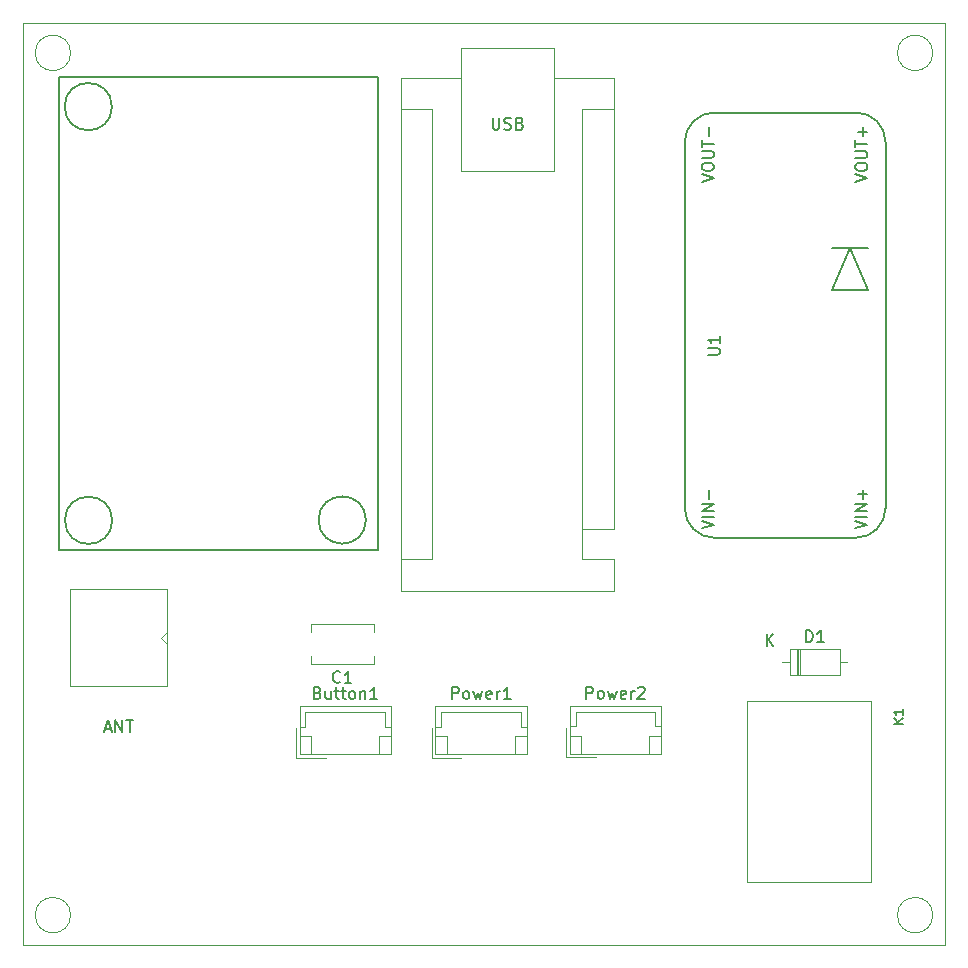
<source format=gbr>
%TF.GenerationSoftware,KiCad,Pcbnew,8.0.6*%
%TF.CreationDate,2025-01-03T17:39:28+02:00*%
%TF.ProjectId,button new,62757474-6f6e-4206-9e65-772e6b696361,rev?*%
%TF.SameCoordinates,Original*%
%TF.FileFunction,Legend,Top*%
%TF.FilePolarity,Positive*%
%FSLAX46Y46*%
G04 Gerber Fmt 4.6, Leading zero omitted, Abs format (unit mm)*
G04 Created by KiCad (PCBNEW 8.0.6) date 2025-01-03 17:39:28*
%MOMM*%
%LPD*%
G01*
G04 APERTURE LIST*
%ADD10C,0.150000*%
%ADD11C,0.120000*%
%ADD12C,0.100000*%
%ADD13C,0.200000*%
%TA.AperFunction,Profile*%
%ADD14C,0.050000*%
%TD*%
G04 APERTURE END LIST*
D10*
X163151905Y-104444819D02*
X163151905Y-103444819D01*
X163151905Y-103444819D02*
X163390000Y-103444819D01*
X163390000Y-103444819D02*
X163532857Y-103492438D01*
X163532857Y-103492438D02*
X163628095Y-103587676D01*
X163628095Y-103587676D02*
X163675714Y-103682914D01*
X163675714Y-103682914D02*
X163723333Y-103873390D01*
X163723333Y-103873390D02*
X163723333Y-104016247D01*
X163723333Y-104016247D02*
X163675714Y-104206723D01*
X163675714Y-104206723D02*
X163628095Y-104301961D01*
X163628095Y-104301961D02*
X163532857Y-104397200D01*
X163532857Y-104397200D02*
X163390000Y-104444819D01*
X163390000Y-104444819D02*
X163151905Y-104444819D01*
X164675714Y-104444819D02*
X164104286Y-104444819D01*
X164390000Y-104444819D02*
X164390000Y-103444819D01*
X164390000Y-103444819D02*
X164294762Y-103587676D01*
X164294762Y-103587676D02*
X164199524Y-103682914D01*
X164199524Y-103682914D02*
X164104286Y-103730533D01*
X159818095Y-104764819D02*
X159818095Y-103764819D01*
X160389523Y-104764819D02*
X159960952Y-104193390D01*
X160389523Y-103764819D02*
X159818095Y-104336247D01*
X121806666Y-108741009D02*
X121949523Y-108788628D01*
X121949523Y-108788628D02*
X121997142Y-108836247D01*
X121997142Y-108836247D02*
X122044761Y-108931485D01*
X122044761Y-108931485D02*
X122044761Y-109074342D01*
X122044761Y-109074342D02*
X121997142Y-109169580D01*
X121997142Y-109169580D02*
X121949523Y-109217200D01*
X121949523Y-109217200D02*
X121854285Y-109264819D01*
X121854285Y-109264819D02*
X121473333Y-109264819D01*
X121473333Y-109264819D02*
X121473333Y-108264819D01*
X121473333Y-108264819D02*
X121806666Y-108264819D01*
X121806666Y-108264819D02*
X121901904Y-108312438D01*
X121901904Y-108312438D02*
X121949523Y-108360057D01*
X121949523Y-108360057D02*
X121997142Y-108455295D01*
X121997142Y-108455295D02*
X121997142Y-108550533D01*
X121997142Y-108550533D02*
X121949523Y-108645771D01*
X121949523Y-108645771D02*
X121901904Y-108693390D01*
X121901904Y-108693390D02*
X121806666Y-108741009D01*
X121806666Y-108741009D02*
X121473333Y-108741009D01*
X122901904Y-108598152D02*
X122901904Y-109264819D01*
X122473333Y-108598152D02*
X122473333Y-109121961D01*
X122473333Y-109121961D02*
X122520952Y-109217200D01*
X122520952Y-109217200D02*
X122616190Y-109264819D01*
X122616190Y-109264819D02*
X122759047Y-109264819D01*
X122759047Y-109264819D02*
X122854285Y-109217200D01*
X122854285Y-109217200D02*
X122901904Y-109169580D01*
X123235238Y-108598152D02*
X123616190Y-108598152D01*
X123378095Y-108264819D02*
X123378095Y-109121961D01*
X123378095Y-109121961D02*
X123425714Y-109217200D01*
X123425714Y-109217200D02*
X123520952Y-109264819D01*
X123520952Y-109264819D02*
X123616190Y-109264819D01*
X123806667Y-108598152D02*
X124187619Y-108598152D01*
X123949524Y-108264819D02*
X123949524Y-109121961D01*
X123949524Y-109121961D02*
X123997143Y-109217200D01*
X123997143Y-109217200D02*
X124092381Y-109264819D01*
X124092381Y-109264819D02*
X124187619Y-109264819D01*
X124663810Y-109264819D02*
X124568572Y-109217200D01*
X124568572Y-109217200D02*
X124520953Y-109169580D01*
X124520953Y-109169580D02*
X124473334Y-109074342D01*
X124473334Y-109074342D02*
X124473334Y-108788628D01*
X124473334Y-108788628D02*
X124520953Y-108693390D01*
X124520953Y-108693390D02*
X124568572Y-108645771D01*
X124568572Y-108645771D02*
X124663810Y-108598152D01*
X124663810Y-108598152D02*
X124806667Y-108598152D01*
X124806667Y-108598152D02*
X124901905Y-108645771D01*
X124901905Y-108645771D02*
X124949524Y-108693390D01*
X124949524Y-108693390D02*
X124997143Y-108788628D01*
X124997143Y-108788628D02*
X124997143Y-109074342D01*
X124997143Y-109074342D02*
X124949524Y-109169580D01*
X124949524Y-109169580D02*
X124901905Y-109217200D01*
X124901905Y-109217200D02*
X124806667Y-109264819D01*
X124806667Y-109264819D02*
X124663810Y-109264819D01*
X125425715Y-108598152D02*
X125425715Y-109264819D01*
X125425715Y-108693390D02*
X125473334Y-108645771D01*
X125473334Y-108645771D02*
X125568572Y-108598152D01*
X125568572Y-108598152D02*
X125711429Y-108598152D01*
X125711429Y-108598152D02*
X125806667Y-108645771D01*
X125806667Y-108645771D02*
X125854286Y-108741009D01*
X125854286Y-108741009D02*
X125854286Y-109264819D01*
X126854286Y-109264819D02*
X126282858Y-109264819D01*
X126568572Y-109264819D02*
X126568572Y-108264819D01*
X126568572Y-108264819D02*
X126473334Y-108407676D01*
X126473334Y-108407676D02*
X126378096Y-108502914D01*
X126378096Y-108502914D02*
X126282858Y-108550533D01*
X133187619Y-109264819D02*
X133187619Y-108264819D01*
X133187619Y-108264819D02*
X133568571Y-108264819D01*
X133568571Y-108264819D02*
X133663809Y-108312438D01*
X133663809Y-108312438D02*
X133711428Y-108360057D01*
X133711428Y-108360057D02*
X133759047Y-108455295D01*
X133759047Y-108455295D02*
X133759047Y-108598152D01*
X133759047Y-108598152D02*
X133711428Y-108693390D01*
X133711428Y-108693390D02*
X133663809Y-108741009D01*
X133663809Y-108741009D02*
X133568571Y-108788628D01*
X133568571Y-108788628D02*
X133187619Y-108788628D01*
X134330476Y-109264819D02*
X134235238Y-109217200D01*
X134235238Y-109217200D02*
X134187619Y-109169580D01*
X134187619Y-109169580D02*
X134140000Y-109074342D01*
X134140000Y-109074342D02*
X134140000Y-108788628D01*
X134140000Y-108788628D02*
X134187619Y-108693390D01*
X134187619Y-108693390D02*
X134235238Y-108645771D01*
X134235238Y-108645771D02*
X134330476Y-108598152D01*
X134330476Y-108598152D02*
X134473333Y-108598152D01*
X134473333Y-108598152D02*
X134568571Y-108645771D01*
X134568571Y-108645771D02*
X134616190Y-108693390D01*
X134616190Y-108693390D02*
X134663809Y-108788628D01*
X134663809Y-108788628D02*
X134663809Y-109074342D01*
X134663809Y-109074342D02*
X134616190Y-109169580D01*
X134616190Y-109169580D02*
X134568571Y-109217200D01*
X134568571Y-109217200D02*
X134473333Y-109264819D01*
X134473333Y-109264819D02*
X134330476Y-109264819D01*
X134997143Y-108598152D02*
X135187619Y-109264819D01*
X135187619Y-109264819D02*
X135378095Y-108788628D01*
X135378095Y-108788628D02*
X135568571Y-109264819D01*
X135568571Y-109264819D02*
X135759047Y-108598152D01*
X136520952Y-109217200D02*
X136425714Y-109264819D01*
X136425714Y-109264819D02*
X136235238Y-109264819D01*
X136235238Y-109264819D02*
X136140000Y-109217200D01*
X136140000Y-109217200D02*
X136092381Y-109121961D01*
X136092381Y-109121961D02*
X136092381Y-108741009D01*
X136092381Y-108741009D02*
X136140000Y-108645771D01*
X136140000Y-108645771D02*
X136235238Y-108598152D01*
X136235238Y-108598152D02*
X136425714Y-108598152D01*
X136425714Y-108598152D02*
X136520952Y-108645771D01*
X136520952Y-108645771D02*
X136568571Y-108741009D01*
X136568571Y-108741009D02*
X136568571Y-108836247D01*
X136568571Y-108836247D02*
X136092381Y-108931485D01*
X136997143Y-109264819D02*
X136997143Y-108598152D01*
X136997143Y-108788628D02*
X137044762Y-108693390D01*
X137044762Y-108693390D02*
X137092381Y-108645771D01*
X137092381Y-108645771D02*
X137187619Y-108598152D01*
X137187619Y-108598152D02*
X137282857Y-108598152D01*
X138140000Y-109264819D02*
X137568572Y-109264819D01*
X137854286Y-109264819D02*
X137854286Y-108264819D01*
X137854286Y-108264819D02*
X137759048Y-108407676D01*
X137759048Y-108407676D02*
X137663810Y-108502914D01*
X137663810Y-108502914D02*
X137568572Y-108550533D01*
X136618095Y-60054819D02*
X136618095Y-60864342D01*
X136618095Y-60864342D02*
X136665714Y-60959580D01*
X136665714Y-60959580D02*
X136713333Y-61007200D01*
X136713333Y-61007200D02*
X136808571Y-61054819D01*
X136808571Y-61054819D02*
X136999047Y-61054819D01*
X136999047Y-61054819D02*
X137094285Y-61007200D01*
X137094285Y-61007200D02*
X137141904Y-60959580D01*
X137141904Y-60959580D02*
X137189523Y-60864342D01*
X137189523Y-60864342D02*
X137189523Y-60054819D01*
X137618095Y-61007200D02*
X137760952Y-61054819D01*
X137760952Y-61054819D02*
X137999047Y-61054819D01*
X137999047Y-61054819D02*
X138094285Y-61007200D01*
X138094285Y-61007200D02*
X138141904Y-60959580D01*
X138141904Y-60959580D02*
X138189523Y-60864342D01*
X138189523Y-60864342D02*
X138189523Y-60769104D01*
X138189523Y-60769104D02*
X138141904Y-60673866D01*
X138141904Y-60673866D02*
X138094285Y-60626247D01*
X138094285Y-60626247D02*
X137999047Y-60578628D01*
X137999047Y-60578628D02*
X137808571Y-60531009D01*
X137808571Y-60531009D02*
X137713333Y-60483390D01*
X137713333Y-60483390D02*
X137665714Y-60435771D01*
X137665714Y-60435771D02*
X137618095Y-60340533D01*
X137618095Y-60340533D02*
X137618095Y-60245295D01*
X137618095Y-60245295D02*
X137665714Y-60150057D01*
X137665714Y-60150057D02*
X137713333Y-60102438D01*
X137713333Y-60102438D02*
X137808571Y-60054819D01*
X137808571Y-60054819D02*
X138046666Y-60054819D01*
X138046666Y-60054819D02*
X138189523Y-60102438D01*
X138951428Y-60531009D02*
X139094285Y-60578628D01*
X139094285Y-60578628D02*
X139141904Y-60626247D01*
X139141904Y-60626247D02*
X139189523Y-60721485D01*
X139189523Y-60721485D02*
X139189523Y-60864342D01*
X139189523Y-60864342D02*
X139141904Y-60959580D01*
X139141904Y-60959580D02*
X139094285Y-61007200D01*
X139094285Y-61007200D02*
X138999047Y-61054819D01*
X138999047Y-61054819D02*
X138618095Y-61054819D01*
X138618095Y-61054819D02*
X138618095Y-60054819D01*
X138618095Y-60054819D02*
X138951428Y-60054819D01*
X138951428Y-60054819D02*
X139046666Y-60102438D01*
X139046666Y-60102438D02*
X139094285Y-60150057D01*
X139094285Y-60150057D02*
X139141904Y-60245295D01*
X139141904Y-60245295D02*
X139141904Y-60340533D01*
X139141904Y-60340533D02*
X139094285Y-60435771D01*
X139094285Y-60435771D02*
X139046666Y-60483390D01*
X139046666Y-60483390D02*
X138951428Y-60531009D01*
X138951428Y-60531009D02*
X138618095Y-60531009D01*
X123723333Y-107819580D02*
X123675714Y-107867200D01*
X123675714Y-107867200D02*
X123532857Y-107914819D01*
X123532857Y-107914819D02*
X123437619Y-107914819D01*
X123437619Y-107914819D02*
X123294762Y-107867200D01*
X123294762Y-107867200D02*
X123199524Y-107771961D01*
X123199524Y-107771961D02*
X123151905Y-107676723D01*
X123151905Y-107676723D02*
X123104286Y-107486247D01*
X123104286Y-107486247D02*
X123104286Y-107343390D01*
X123104286Y-107343390D02*
X123151905Y-107152914D01*
X123151905Y-107152914D02*
X123199524Y-107057676D01*
X123199524Y-107057676D02*
X123294762Y-106962438D01*
X123294762Y-106962438D02*
X123437619Y-106914819D01*
X123437619Y-106914819D02*
X123532857Y-106914819D01*
X123532857Y-106914819D02*
X123675714Y-106962438D01*
X123675714Y-106962438D02*
X123723333Y-107010057D01*
X124675714Y-107914819D02*
X124104286Y-107914819D01*
X124390000Y-107914819D02*
X124390000Y-106914819D01*
X124390000Y-106914819D02*
X124294762Y-107057676D01*
X124294762Y-107057676D02*
X124199524Y-107152914D01*
X124199524Y-107152914D02*
X124104286Y-107200533D01*
X144551902Y-109239018D02*
X144551902Y-108239018D01*
X144551902Y-108239018D02*
X144932854Y-108239018D01*
X144932854Y-108239018D02*
X145028092Y-108286637D01*
X145028092Y-108286637D02*
X145075711Y-108334256D01*
X145075711Y-108334256D02*
X145123330Y-108429494D01*
X145123330Y-108429494D02*
X145123330Y-108572351D01*
X145123330Y-108572351D02*
X145075711Y-108667589D01*
X145075711Y-108667589D02*
X145028092Y-108715208D01*
X145028092Y-108715208D02*
X144932854Y-108762827D01*
X144932854Y-108762827D02*
X144551902Y-108762827D01*
X145694759Y-109239018D02*
X145599521Y-109191399D01*
X145599521Y-109191399D02*
X145551902Y-109143779D01*
X145551902Y-109143779D02*
X145504283Y-109048541D01*
X145504283Y-109048541D02*
X145504283Y-108762827D01*
X145504283Y-108762827D02*
X145551902Y-108667589D01*
X145551902Y-108667589D02*
X145599521Y-108619970D01*
X145599521Y-108619970D02*
X145694759Y-108572351D01*
X145694759Y-108572351D02*
X145837616Y-108572351D01*
X145837616Y-108572351D02*
X145932854Y-108619970D01*
X145932854Y-108619970D02*
X145980473Y-108667589D01*
X145980473Y-108667589D02*
X146028092Y-108762827D01*
X146028092Y-108762827D02*
X146028092Y-109048541D01*
X146028092Y-109048541D02*
X145980473Y-109143779D01*
X145980473Y-109143779D02*
X145932854Y-109191399D01*
X145932854Y-109191399D02*
X145837616Y-109239018D01*
X145837616Y-109239018D02*
X145694759Y-109239018D01*
X146361426Y-108572351D02*
X146551902Y-109239018D01*
X146551902Y-109239018D02*
X146742378Y-108762827D01*
X146742378Y-108762827D02*
X146932854Y-109239018D01*
X146932854Y-109239018D02*
X147123330Y-108572351D01*
X147885235Y-109191399D02*
X147789997Y-109239018D01*
X147789997Y-109239018D02*
X147599521Y-109239018D01*
X147599521Y-109239018D02*
X147504283Y-109191399D01*
X147504283Y-109191399D02*
X147456664Y-109096160D01*
X147456664Y-109096160D02*
X147456664Y-108715208D01*
X147456664Y-108715208D02*
X147504283Y-108619970D01*
X147504283Y-108619970D02*
X147599521Y-108572351D01*
X147599521Y-108572351D02*
X147789997Y-108572351D01*
X147789997Y-108572351D02*
X147885235Y-108619970D01*
X147885235Y-108619970D02*
X147932854Y-108715208D01*
X147932854Y-108715208D02*
X147932854Y-108810446D01*
X147932854Y-108810446D02*
X147456664Y-108905684D01*
X148361426Y-109239018D02*
X148361426Y-108572351D01*
X148361426Y-108762827D02*
X148409045Y-108667589D01*
X148409045Y-108667589D02*
X148456664Y-108619970D01*
X148456664Y-108619970D02*
X148551902Y-108572351D01*
X148551902Y-108572351D02*
X148647140Y-108572351D01*
X148932855Y-108334256D02*
X148980474Y-108286637D01*
X148980474Y-108286637D02*
X149075712Y-108239018D01*
X149075712Y-108239018D02*
X149313807Y-108239018D01*
X149313807Y-108239018D02*
X149409045Y-108286637D01*
X149409045Y-108286637D02*
X149456664Y-108334256D01*
X149456664Y-108334256D02*
X149504283Y-108429494D01*
X149504283Y-108429494D02*
X149504283Y-108524732D01*
X149504283Y-108524732D02*
X149456664Y-108667589D01*
X149456664Y-108667589D02*
X148885236Y-109239018D01*
X148885236Y-109239018D02*
X149504283Y-109239018D01*
X103787143Y-111795376D02*
X104263333Y-111795376D01*
X103691905Y-112081091D02*
X104025238Y-111081091D01*
X104025238Y-111081091D02*
X104358571Y-112081091D01*
X104691905Y-112081091D02*
X104691905Y-111081091D01*
X104691905Y-111081091D02*
X105263333Y-112081091D01*
X105263333Y-112081091D02*
X105263333Y-111081091D01*
X105596667Y-111081091D02*
X106168095Y-111081091D01*
X105882381Y-112081091D02*
X105882381Y-111081091D01*
X171366467Y-111341177D02*
X170579065Y-111341177D01*
X171366467Y-110891233D02*
X170916523Y-111228691D01*
X170579065Y-110891233D02*
X171029009Y-111341177D01*
X171366467Y-110141326D02*
X171366467Y-110591270D01*
X171366467Y-110366298D02*
X170579065Y-110366298D01*
X170579065Y-110366298D02*
X170691551Y-110441289D01*
X170691551Y-110441289D02*
X170766542Y-110516280D01*
X170766542Y-110516280D02*
X170804037Y-110591270D01*
X154844819Y-80121904D02*
X155654342Y-80121904D01*
X155654342Y-80121904D02*
X155749580Y-80074285D01*
X155749580Y-80074285D02*
X155797200Y-80026666D01*
X155797200Y-80026666D02*
X155844819Y-79931428D01*
X155844819Y-79931428D02*
X155844819Y-79740952D01*
X155844819Y-79740952D02*
X155797200Y-79645714D01*
X155797200Y-79645714D02*
X155749580Y-79598095D01*
X155749580Y-79598095D02*
X155654342Y-79550476D01*
X155654342Y-79550476D02*
X154844819Y-79550476D01*
X155844819Y-78550476D02*
X155844819Y-79121904D01*
X155844819Y-78836190D02*
X154844819Y-78836190D01*
X154844819Y-78836190D02*
X154987676Y-78931428D01*
X154987676Y-78931428D02*
X155082914Y-79026666D01*
X155082914Y-79026666D02*
X155130533Y-79121904D01*
X167344819Y-94824284D02*
X168344819Y-94490951D01*
X168344819Y-94490951D02*
X167344819Y-94157618D01*
X168344819Y-93824284D02*
X167344819Y-93824284D01*
X168344819Y-93348094D02*
X167344819Y-93348094D01*
X167344819Y-93348094D02*
X168344819Y-92776666D01*
X168344819Y-92776666D02*
X167344819Y-92776666D01*
X167963866Y-92300475D02*
X167963866Y-91538571D01*
X168344819Y-91919523D02*
X167582914Y-91919523D01*
X167344819Y-65490951D02*
X168344819Y-65157618D01*
X168344819Y-65157618D02*
X167344819Y-64824285D01*
X167344819Y-64300475D02*
X167344819Y-64109999D01*
X167344819Y-64109999D02*
X167392438Y-64014761D01*
X167392438Y-64014761D02*
X167487676Y-63919523D01*
X167487676Y-63919523D02*
X167678152Y-63871904D01*
X167678152Y-63871904D02*
X168011485Y-63871904D01*
X168011485Y-63871904D02*
X168201961Y-63919523D01*
X168201961Y-63919523D02*
X168297200Y-64014761D01*
X168297200Y-64014761D02*
X168344819Y-64109999D01*
X168344819Y-64109999D02*
X168344819Y-64300475D01*
X168344819Y-64300475D02*
X168297200Y-64395713D01*
X168297200Y-64395713D02*
X168201961Y-64490951D01*
X168201961Y-64490951D02*
X168011485Y-64538570D01*
X168011485Y-64538570D02*
X167678152Y-64538570D01*
X167678152Y-64538570D02*
X167487676Y-64490951D01*
X167487676Y-64490951D02*
X167392438Y-64395713D01*
X167392438Y-64395713D02*
X167344819Y-64300475D01*
X167344819Y-63443332D02*
X168154342Y-63443332D01*
X168154342Y-63443332D02*
X168249580Y-63395713D01*
X168249580Y-63395713D02*
X168297200Y-63348094D01*
X168297200Y-63348094D02*
X168344819Y-63252856D01*
X168344819Y-63252856D02*
X168344819Y-63062380D01*
X168344819Y-63062380D02*
X168297200Y-62967142D01*
X168297200Y-62967142D02*
X168249580Y-62919523D01*
X168249580Y-62919523D02*
X168154342Y-62871904D01*
X168154342Y-62871904D02*
X167344819Y-62871904D01*
X167344819Y-62538570D02*
X167344819Y-61967142D01*
X168344819Y-62252856D02*
X167344819Y-62252856D01*
X167963866Y-61633808D02*
X167963866Y-60871904D01*
X168344819Y-61252856D02*
X167582914Y-61252856D01*
X154344819Y-94824284D02*
X155344819Y-94490951D01*
X155344819Y-94490951D02*
X154344819Y-94157618D01*
X155344819Y-93824284D02*
X154344819Y-93824284D01*
X155344819Y-93348094D02*
X154344819Y-93348094D01*
X154344819Y-93348094D02*
X155344819Y-92776666D01*
X155344819Y-92776666D02*
X154344819Y-92776666D01*
X154963866Y-92300475D02*
X154963866Y-91538571D01*
X154344819Y-65490951D02*
X155344819Y-65157618D01*
X155344819Y-65157618D02*
X154344819Y-64824285D01*
X154344819Y-64300475D02*
X154344819Y-64109999D01*
X154344819Y-64109999D02*
X154392438Y-64014761D01*
X154392438Y-64014761D02*
X154487676Y-63919523D01*
X154487676Y-63919523D02*
X154678152Y-63871904D01*
X154678152Y-63871904D02*
X155011485Y-63871904D01*
X155011485Y-63871904D02*
X155201961Y-63919523D01*
X155201961Y-63919523D02*
X155297200Y-64014761D01*
X155297200Y-64014761D02*
X155344819Y-64109999D01*
X155344819Y-64109999D02*
X155344819Y-64300475D01*
X155344819Y-64300475D02*
X155297200Y-64395713D01*
X155297200Y-64395713D02*
X155201961Y-64490951D01*
X155201961Y-64490951D02*
X155011485Y-64538570D01*
X155011485Y-64538570D02*
X154678152Y-64538570D01*
X154678152Y-64538570D02*
X154487676Y-64490951D01*
X154487676Y-64490951D02*
X154392438Y-64395713D01*
X154392438Y-64395713D02*
X154344819Y-64300475D01*
X154344819Y-63443332D02*
X155154342Y-63443332D01*
X155154342Y-63443332D02*
X155249580Y-63395713D01*
X155249580Y-63395713D02*
X155297200Y-63348094D01*
X155297200Y-63348094D02*
X155344819Y-63252856D01*
X155344819Y-63252856D02*
X155344819Y-63062380D01*
X155344819Y-63062380D02*
X155297200Y-62967142D01*
X155297200Y-62967142D02*
X155249580Y-62919523D01*
X155249580Y-62919523D02*
X155154342Y-62871904D01*
X155154342Y-62871904D02*
X154344819Y-62871904D01*
X154344819Y-62538570D02*
X154344819Y-61967142D01*
X155344819Y-62252856D02*
X154344819Y-62252856D01*
X154963866Y-61633808D02*
X154963866Y-60871904D01*
D11*
%TO.C,D1*%
X161120000Y-106110000D02*
X161770000Y-106110000D01*
X161770000Y-104990000D02*
X161770000Y-107230000D01*
X161770000Y-107230000D02*
X166010000Y-107230000D01*
X162370000Y-104990000D02*
X162370000Y-107230000D01*
X162490000Y-104990000D02*
X162490000Y-107230000D01*
X162610000Y-104990000D02*
X162610000Y-107230000D01*
X166010000Y-104990000D02*
X161770000Y-104990000D01*
X166010000Y-107230000D02*
X166010000Y-104990000D01*
X166660000Y-106110000D02*
X166010000Y-106110000D01*
%TO.C,Button1*%
X119980000Y-111720000D02*
X119980000Y-114220000D01*
X119980000Y-114220000D02*
X122480000Y-114220000D01*
X120280000Y-109900000D02*
X120280000Y-113920000D01*
X120280000Y-111610000D02*
X120780000Y-111610000D01*
X120280000Y-112420000D02*
X121280000Y-112420000D01*
X120280000Y-113920000D02*
X128000000Y-113920000D01*
X120780000Y-110400000D02*
X127500000Y-110400000D01*
X120780000Y-111610000D02*
X120780000Y-110400000D01*
X121280000Y-112420000D02*
X121280000Y-113920000D01*
X127000000Y-112420000D02*
X127000000Y-113920000D01*
X127500000Y-110400000D02*
X127500000Y-111610000D01*
X127500000Y-111610000D02*
X128000000Y-111610000D01*
X128000000Y-109900000D02*
X120280000Y-109900000D01*
X128000000Y-112420000D02*
X127000000Y-112420000D01*
X128000000Y-113920000D02*
X128000000Y-109900000D01*
%TO.C,Power1*%
X131480000Y-111720000D02*
X131480000Y-114220000D01*
X131480000Y-114220000D02*
X133980000Y-114220000D01*
X131780000Y-109900000D02*
X131780000Y-113920000D01*
X131780000Y-111610000D02*
X132280000Y-111610000D01*
X131780000Y-112420000D02*
X132780000Y-112420000D01*
X131780000Y-113920000D02*
X139500000Y-113920000D01*
X132280000Y-110400000D02*
X139000000Y-110400000D01*
X132280000Y-111610000D02*
X132280000Y-110400000D01*
X132780000Y-112420000D02*
X132780000Y-113920000D01*
X138500000Y-112420000D02*
X138500000Y-113920000D01*
X139000000Y-110400000D02*
X139000000Y-111610000D01*
X139000000Y-111610000D02*
X139500000Y-111610000D01*
X139500000Y-109900000D02*
X131780000Y-109900000D01*
X139500000Y-112420000D02*
X138500000Y-112420000D01*
X139500000Y-113920000D02*
X139500000Y-109900000D01*
%TO.C,A1*%
X128860000Y-56660000D02*
X128860000Y-100100000D01*
X128860000Y-56660000D02*
X133940000Y-56660000D01*
X128860000Y-100100000D02*
X146900000Y-100100000D01*
X131530000Y-59330000D02*
X128860000Y-59330000D01*
X131530000Y-97430000D02*
X128860000Y-97430000D01*
X131530000Y-97430000D02*
X131530000Y-59330000D01*
X133940000Y-54120000D02*
X141820000Y-54120000D01*
X133940000Y-64540000D02*
X133940000Y-54120000D01*
X141820000Y-54120000D02*
X141820000Y-64540000D01*
X141820000Y-64540000D02*
X133940000Y-64540000D01*
X144230000Y-59330000D02*
X146900000Y-59330000D01*
X144230000Y-94890000D02*
X144230000Y-59330000D01*
X144230000Y-94890000D02*
X144230000Y-97430000D01*
X144230000Y-94890000D02*
X146900000Y-94890000D01*
X144230000Y-97430000D02*
X146900000Y-97430000D01*
X146900000Y-56660000D02*
X141820000Y-56660000D01*
X146900000Y-94890000D02*
X146900000Y-56660000D01*
X146900000Y-100100000D02*
X146900000Y-97430000D01*
%TO.C,C1*%
X121220000Y-103555000D02*
X121220000Y-102889000D01*
X121220000Y-106331000D02*
X121220000Y-105665000D01*
X126560000Y-102889000D02*
X121220000Y-102889000D01*
X126560000Y-103555000D02*
X126560000Y-102889000D01*
X126560000Y-106331000D02*
X121220000Y-106331000D01*
X126560000Y-106331000D02*
X126560000Y-105665000D01*
%TO.C,Power2*%
X142844283Y-111694199D02*
X142844283Y-114194199D01*
X142844283Y-114194199D02*
X145344283Y-114194199D01*
X143144283Y-109874199D02*
X143144283Y-113894199D01*
X143144283Y-111584199D02*
X143644283Y-111584199D01*
X143144283Y-112394199D02*
X144144283Y-112394199D01*
X143144283Y-113894199D02*
X150864283Y-113894199D01*
X143644283Y-110374199D02*
X150364283Y-110374199D01*
X143644283Y-111584199D02*
X143644283Y-110374199D01*
X144144283Y-112394199D02*
X144144283Y-113894199D01*
X149864283Y-112394199D02*
X149864283Y-113894199D01*
X150364283Y-110374199D02*
X150364283Y-111584199D01*
X150364283Y-111584199D02*
X150864283Y-111584199D01*
X150864283Y-109874199D02*
X143144283Y-109874199D01*
X150864283Y-112394199D02*
X149864283Y-112394199D01*
X150864283Y-113894199D02*
X150864283Y-109874199D01*
%TO.C,ANT*%
X100830000Y-108170000D02*
X100830000Y-99970000D01*
X108530000Y-104070000D02*
X109030000Y-104570000D01*
X109030000Y-99970000D02*
X100830000Y-99970000D01*
X109030000Y-103570000D02*
X108530000Y-104070000D01*
X109030000Y-108170000D02*
X100830000Y-108170000D01*
X109030000Y-108170000D02*
X109030000Y-99970000D01*
D12*
%TO.C,K1*%
X158140000Y-109425000D02*
X158140000Y-124795000D01*
X158140000Y-124795000D02*
X168640000Y-124795000D01*
X168640000Y-109425000D02*
X158140000Y-109425000D01*
X168640000Y-124795000D02*
X168640000Y-109425000D01*
D10*
%TO.C,U1*%
X152890000Y-62110000D02*
X152890000Y-93110000D01*
X155390000Y-95610000D02*
X167390000Y-95610000D01*
X165390000Y-74610000D02*
X166890000Y-71110000D01*
X166890000Y-71110000D02*
X168390000Y-74610000D01*
X167390000Y-59610000D02*
X155390000Y-59610000D01*
X168390000Y-71110000D02*
X165390000Y-71110000D01*
X168390000Y-74610000D02*
X165390000Y-74610000D01*
X169890000Y-93110000D02*
X169890000Y-62110000D01*
X152890000Y-62110000D02*
G75*
G02*
X155390000Y-59610000I2500000J0D01*
G01*
X155390000Y-95610000D02*
G75*
G02*
X152890000Y-93110000I0J2500000D01*
G01*
X167390000Y-59610000D02*
G75*
G02*
X169890000Y-62110000I0J-2500000D01*
G01*
X169890000Y-93110000D02*
G75*
G02*
X167390000Y-95610000I-2500000J0D01*
G01*
%TO.C,SIM800LV2*%
D13*
X99890000Y-56610000D02*
X126890000Y-56610000D01*
X126890000Y-96610000D01*
X99890000Y-96610000D01*
X99890000Y-56610000D01*
X104390000Y-59110000D02*
G75*
G02*
X100390000Y-59110000I-2000000J0D01*
G01*
X100390000Y-59110000D02*
G75*
G02*
X104390000Y-59110000I2000000J0D01*
G01*
X104410000Y-94135000D02*
G75*
G02*
X100410000Y-94135000I-2000000J0D01*
G01*
X100410000Y-94135000D02*
G75*
G02*
X104410000Y-94135000I2000000J0D01*
G01*
X125890000Y-94110000D02*
G75*
G02*
X121890000Y-94110000I-2000000J0D01*
G01*
X121890000Y-94110000D02*
G75*
G02*
X125890000Y-94110000I2000000J0D01*
G01*
%TD*%
D14*
X96892500Y-52063500D02*
X174892500Y-52063500D01*
X174892500Y-130063500D01*
X96892500Y-130063500D01*
X96892500Y-52063500D01*
X100892500Y-54563500D02*
G75*
G02*
X97892500Y-54563500I-1500000J0D01*
G01*
X97892500Y-54563500D02*
G75*
G02*
X100892500Y-54563500I1500000J0D01*
G01*
X173892500Y-127563500D02*
G75*
G02*
X170892500Y-127563500I-1500000J0D01*
G01*
X170892500Y-127563500D02*
G75*
G02*
X173892500Y-127563500I1500000J0D01*
G01*
X173892500Y-54563500D02*
G75*
G02*
X170892500Y-54563500I-1500000J0D01*
G01*
X170892500Y-54563500D02*
G75*
G02*
X173892500Y-54563500I1500000J0D01*
G01*
X100892500Y-127563500D02*
G75*
G02*
X97892500Y-127563500I-1500000J0D01*
G01*
X97892500Y-127563500D02*
G75*
G02*
X100892500Y-127563500I1500000J0D01*
G01*
M02*

</source>
